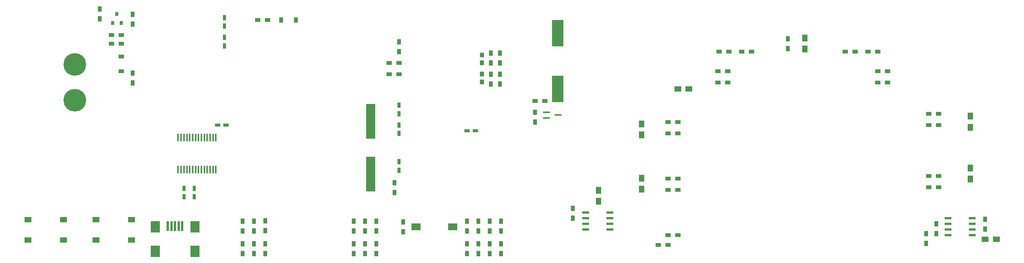
<source format=gbr>
G04 #@! TF.GenerationSoftware,KiCad,Pcbnew,(5.0.2)-1*
G04 #@! TF.CreationDate,2020-05-26T13:11:33-05:00*
G04 #@! TF.ProjectId,Spot_Welder_Hardware,53706f74-5f57-4656-9c64-65725f486172,rev?*
G04 #@! TF.SameCoordinates,Original*
G04 #@! TF.FileFunction,Paste,Top*
G04 #@! TF.FilePolarity,Positive*
%FSLAX46Y46*%
G04 Gerber Fmt 4.6, Leading zero omitted, Abs format (unit mm)*
G04 Created by KiCad (PCBNEW (5.0.2)-1) date 5/26/2020 1:11:33 PM*
%MOMM*%
%LPD*%
G01*
G04 APERTURE LIST*
%ADD10R,1.200000X0.900000*%
%ADD11R,2.500000X6.000000*%
%ADD12R,1.250000X1.500000*%
%ADD13R,1.500000X1.250000*%
%ADD14R,0.750000X1.200000*%
%ADD15R,1.200000X0.750000*%
%ADD16C,5.080000*%
%ADD17R,0.900000X1.200000*%
%ADD18R,0.500000X2.300000*%
%ADD19R,2.000000X2.500000*%
%ADD20R,1.500000X0.450000*%
%ADD21R,1.550000X1.300000*%
%ADD22R,2.150000X1.500000*%
%ADD23R,1.550000X0.600000*%
%ADD24R,0.450000X1.750000*%
%ADD25R,2.000000X7.875000*%
%ADD26R,0.800000X0.900000*%
%ADD27C,0.100000*%
%ADD28C,0.950000*%
G04 APERTURE END LIST*
D10*
G04 #@! TO.C,R20*
X45552000Y-145923000D03*
X47752000Y-145923000D03*
G04 #@! TD*
G04 #@! TO.C,R19*
X45552000Y-147828000D03*
X47752000Y-147828000D03*
G04 #@! TD*
D11*
G04 #@! TO.C,BZ1*
X145542000Y-145456000D03*
X145542000Y-158056000D03*
G04 #@! TD*
D12*
G04 #@! TO.C,C7*
X237998000Y-166624000D03*
X237998000Y-164124000D03*
G04 #@! TD*
G04 #@! TO.C,C11*
X154686000Y-183261000D03*
X154686000Y-180761000D03*
G04 #@! TD*
D13*
G04 #@! TO.C,C15*
X241340000Y-191770000D03*
X243840000Y-191770000D03*
G04 #@! TD*
D12*
G04 #@! TO.C,C19*
X200914000Y-149058000D03*
X200914000Y-146558000D03*
G04 #@! TD*
D13*
G04 #@! TO.C,C23*
X172466000Y-157988000D03*
X174966000Y-157988000D03*
G04 #@! TD*
D12*
G04 #@! TO.C,C24*
X164338000Y-180554000D03*
X164338000Y-178054000D03*
G04 #@! TD*
G04 #@! TO.C,C28*
X237998000Y-175768000D03*
X237998000Y-178268000D03*
G04 #@! TD*
G04 #@! TO.C,C32*
X164338000Y-168362000D03*
X164338000Y-165862000D03*
G04 #@! TD*
D14*
G04 #@! TO.C,C39*
X109982000Y-163576000D03*
X109982000Y-161676000D03*
G04 #@! TD*
D15*
G04 #@! TO.C,C40*
X125222000Y-167386000D03*
X127122000Y-167386000D03*
G04 #@! TD*
D14*
G04 #@! TO.C,C41*
X109982000Y-166116000D03*
X109982000Y-168016000D03*
G04 #@! TD*
G04 #@! TO.C,C42*
X109982000Y-176276000D03*
X109982000Y-174376000D03*
G04 #@! TD*
G04 #@! TO.C,C43*
X70866000Y-141986000D03*
X70866000Y-143886000D03*
G04 #@! TD*
G04 #@! TO.C,C44*
X70866000Y-146436000D03*
X70866000Y-148336000D03*
G04 #@! TD*
G04 #@! TO.C,C46*
X61823600Y-180340000D03*
X61823600Y-182240000D03*
G04 #@! TD*
G04 #@! TO.C,C47*
X64135000Y-182240000D03*
X64135000Y-180340000D03*
G04 #@! TD*
D15*
G04 #@! TO.C,C48*
X69342000Y-166116000D03*
X71242000Y-166116000D03*
G04 #@! TD*
D16*
G04 #@! TO.C,Conn3*
X37363400Y-160529000D03*
X37363400Y-152528000D03*
G04 #@! TD*
D17*
G04 #@! TO.C,D1*
X125222000Y-194986000D03*
X125222000Y-192786000D03*
G04 #@! TD*
G04 #@! TO.C,D2*
X102362000Y-194986000D03*
X102362000Y-192786000D03*
G04 #@! TD*
G04 #@! TO.C,D3*
X127762000Y-194986000D03*
X127762000Y-192786000D03*
G04 #@! TD*
G04 #@! TO.C,D4*
X104902000Y-194986000D03*
X104902000Y-192786000D03*
G04 #@! TD*
G04 #@! TO.C,D5*
X130302000Y-194986000D03*
X130302000Y-192786000D03*
G04 #@! TD*
G04 #@! TO.C,D6*
X99822000Y-194986000D03*
X99822000Y-192786000D03*
G04 #@! TD*
G04 #@! TO.C,D7*
X132842000Y-194986000D03*
X132842000Y-192786000D03*
G04 #@! TD*
G04 #@! TO.C,D11*
X50292000Y-154432000D03*
X50292000Y-156632000D03*
G04 #@! TD*
G04 #@! TO.C,D12*
X83566000Y-142494000D03*
X86866000Y-142494000D03*
G04 #@! TD*
G04 #@! TO.C,D17*
X74930000Y-194986000D03*
X74930000Y-192786000D03*
G04 #@! TD*
G04 #@! TO.C,D18*
X77470000Y-194986000D03*
X77470000Y-192786000D03*
G04 #@! TD*
G04 #@! TO.C,D20*
X80010000Y-194986000D03*
X80010000Y-192786000D03*
G04 #@! TD*
D18*
G04 #@! TO.C,J1*
X58212000Y-188876000D03*
D19*
X55362000Y-188976000D03*
D18*
X59012000Y-188876000D03*
X59812000Y-188876000D03*
X60612000Y-188876000D03*
X61412000Y-188876000D03*
D19*
X55362000Y-194476000D03*
X64262000Y-188976000D03*
X64262000Y-194476000D03*
G04 #@! TD*
D10*
G04 #@! TO.C,L1*
X228727000Y-177546000D03*
X230927000Y-177546000D03*
G04 #@! TD*
G04 #@! TO.C,L2*
X228727000Y-163576000D03*
X230927000Y-163576000D03*
G04 #@! TD*
D17*
G04 #@! TO.C,L3*
X228092000Y-192700000D03*
X228092000Y-190500000D03*
G04 #@! TD*
D10*
G04 #@! TO.C,L4*
X217297000Y-154051000D03*
X219497000Y-154051000D03*
G04 #@! TD*
G04 #@! TO.C,L5*
X210017000Y-149606000D03*
X212217000Y-149606000D03*
G04 #@! TD*
G04 #@! TO.C,L6*
X189017000Y-149606000D03*
X186817000Y-149606000D03*
G04 #@! TD*
G04 #@! TO.C,L7*
X183642000Y-154051000D03*
X181442000Y-154051000D03*
G04 #@! TD*
G04 #@! TO.C,L8*
X172507000Y-190881000D03*
X170307000Y-190881000D03*
G04 #@! TD*
G04 #@! TO.C,L9*
X172507000Y-165481000D03*
X170307000Y-165481000D03*
G04 #@! TD*
G04 #@! TO.C,L10*
X170307000Y-178181000D03*
X172507000Y-178181000D03*
G04 #@! TD*
D20*
G04 #@! TO.C,Q1*
X143002000Y-163236000D03*
X143002000Y-164536000D03*
X145662000Y-163886000D03*
G04 #@! TD*
D17*
G04 #@! TO.C,R1*
X125222000Y-189906000D03*
X125222000Y-187706000D03*
G04 #@! TD*
G04 #@! TO.C,R2*
X140462000Y-163236000D03*
X140462000Y-165436000D03*
G04 #@! TD*
G04 #@! TO.C,R3*
X102362000Y-189906000D03*
X102362000Y-187706000D03*
G04 #@! TD*
D10*
G04 #@! TO.C,R4*
X140462000Y-160696000D03*
X142662000Y-160696000D03*
G04 #@! TD*
D17*
G04 #@! TO.C,R5*
X127762000Y-189906000D03*
X127762000Y-187706000D03*
G04 #@! TD*
G04 #@! TO.C,R6*
X104902000Y-189906000D03*
X104902000Y-187706000D03*
G04 #@! TD*
G04 #@! TO.C,R7*
X130302000Y-189906000D03*
X130302000Y-187706000D03*
G04 #@! TD*
G04 #@! TO.C,R8*
X99822000Y-189906000D03*
X99822000Y-187706000D03*
G04 #@! TD*
G04 #@! TO.C,R9*
X132842000Y-189906000D03*
X132842000Y-187706000D03*
G04 #@! TD*
G04 #@! TO.C,R10*
X132588000Y-152146000D03*
X132588000Y-149946000D03*
G04 #@! TD*
G04 #@! TO.C,R11*
X130556000Y-152146000D03*
X130556000Y-149946000D03*
G04 #@! TD*
G04 #@! TO.C,R15*
X132588000Y-154686000D03*
X132588000Y-156886000D03*
G04 #@! TD*
G04 #@! TO.C,R16*
X130556000Y-154686000D03*
X130556000Y-156886000D03*
G04 #@! TD*
G04 #@! TO.C,R17*
X109982000Y-147406000D03*
X109982000Y-149606000D03*
G04 #@! TD*
G04 #@! TO.C,R18*
X42926000Y-140040000D03*
X42926000Y-142240000D03*
G04 #@! TD*
D10*
G04 #@! TO.C,R21*
X80518000Y-142494000D03*
X78318000Y-142494000D03*
G04 #@! TD*
D17*
G04 #@! TO.C,R22*
X197104000Y-148971000D03*
X197104000Y-146771000D03*
G04 #@! TD*
D10*
G04 #@! TO.C,R23*
X230927000Y-180086000D03*
X228727000Y-180086000D03*
G04 #@! TD*
G04 #@! TO.C,R24*
X107782000Y-152146000D03*
X109982000Y-152146000D03*
G04 #@! TD*
G04 #@! TO.C,R25*
X107782000Y-154686000D03*
X109982000Y-154686000D03*
G04 #@! TD*
G04 #@! TO.C,R26*
X230927000Y-166116000D03*
X228727000Y-166116000D03*
G04 #@! TD*
D17*
G04 #@! TO.C,R27*
X148971000Y-187071000D03*
X148971000Y-184871000D03*
G04 #@! TD*
G04 #@! TO.C,R28*
X230378000Y-190500000D03*
X230378000Y-188300000D03*
G04 #@! TD*
D10*
G04 #@! TO.C,R29*
X219497000Y-156591000D03*
X217297000Y-156591000D03*
G04 #@! TD*
G04 #@! TO.C,R30*
X215097000Y-149606000D03*
X217297000Y-149606000D03*
G04 #@! TD*
G04 #@! TO.C,R31*
X183937000Y-149606000D03*
X181737000Y-149606000D03*
G04 #@! TD*
G04 #@! TO.C,R32*
X183642000Y-156591000D03*
X181442000Y-156591000D03*
G04 #@! TD*
D17*
G04 #@! TO.C,R33*
X241300000Y-189484000D03*
X241300000Y-187284000D03*
G04 #@! TD*
D10*
G04 #@! TO.C,R34*
X170307000Y-193040000D03*
X168107000Y-193040000D03*
G04 #@! TD*
D17*
G04 #@! TO.C,R35*
X74930000Y-187706000D03*
X74930000Y-189906000D03*
G04 #@! TD*
D10*
G04 #@! TO.C,R36*
X170307000Y-168021000D03*
X172507000Y-168021000D03*
G04 #@! TD*
D17*
G04 #@! TO.C,R37*
X77470000Y-187706000D03*
X77470000Y-189906000D03*
G04 #@! TD*
D10*
G04 #@! TO.C,R38*
X172507000Y-180721000D03*
X170307000Y-180721000D03*
G04 #@! TD*
D17*
G04 #@! TO.C,R39*
X80010000Y-187622000D03*
X80010000Y-189822000D03*
G04 #@! TD*
D21*
G04 #@! TO.C,SW1*
X34782000Y-191936000D03*
X26832000Y-191936000D03*
X34782000Y-187436000D03*
X26832000Y-187436000D03*
G04 #@! TD*
D22*
G04 #@! TO.C,SW3*
X122042000Y-188976000D03*
X113792000Y-188976000D03*
G04 #@! TD*
D21*
G04 #@! TO.C,SW4*
X50022000Y-191936000D03*
X42072000Y-191936000D03*
X50022000Y-187436000D03*
X42072000Y-187436000D03*
G04 #@! TD*
D23*
G04 #@! TO.C,U3*
X238445000Y-190881000D03*
X238445000Y-189611000D03*
X238445000Y-188341000D03*
X238445000Y-187071000D03*
X233045000Y-187071000D03*
X233045000Y-188341000D03*
X233045000Y-189611000D03*
X233045000Y-190881000D03*
G04 #@! TD*
D24*
G04 #@! TO.C,U4*
X68961000Y-168910000D03*
X68311000Y-168910000D03*
X67661000Y-168910000D03*
X67011000Y-168910000D03*
X66361000Y-168910000D03*
X65711000Y-168910000D03*
X65061000Y-168910000D03*
X64411000Y-168910000D03*
X63761000Y-168910000D03*
X63111000Y-168910000D03*
X62461000Y-168910000D03*
X61811000Y-168910000D03*
X61161000Y-168910000D03*
X60511000Y-168910000D03*
X60511000Y-176110000D03*
X61161000Y-176110000D03*
X61811000Y-176110000D03*
X62461000Y-176110000D03*
X63111000Y-176110000D03*
X63761000Y-176110000D03*
X64411000Y-176110000D03*
X65061000Y-176110000D03*
X65711000Y-176110000D03*
X66361000Y-176110000D03*
X67011000Y-176110000D03*
X67661000Y-176110000D03*
X68311000Y-176110000D03*
X68961000Y-176110000D03*
G04 #@! TD*
D23*
G04 #@! TO.C,U5*
X151826000Y-185801000D03*
X151826000Y-187071000D03*
X151826000Y-188341000D03*
X151826000Y-189611000D03*
X157226000Y-189611000D03*
X157226000Y-188341000D03*
X157226000Y-187071000D03*
X157226000Y-185801000D03*
G04 #@! TD*
D25*
G04 #@! TO.C,Y1*
X103632000Y-165258500D03*
X103632000Y-177133500D03*
G04 #@! TD*
D17*
G04 #@! TO.C,R40*
X50292000Y-141224000D03*
X50292000Y-143424000D03*
G04 #@! TD*
D26*
G04 #@! TO.C,Q2*
X45842388Y-143198804D03*
X47742388Y-143198804D03*
X46792388Y-141198804D03*
G04 #@! TD*
D10*
G04 #@! TO.C,D10*
X47752000Y-154050000D03*
X47752000Y-150750000D03*
G04 #@! TD*
D27*
G04 #@! TO.C,D8*
G36*
X128839780Y-151622144D02*
X128862835Y-151625563D01*
X128885444Y-151631227D01*
X128907388Y-151639079D01*
X128928458Y-151649044D01*
X128948449Y-151661026D01*
X128967169Y-151674910D01*
X128984439Y-151690562D01*
X129000091Y-151707832D01*
X129013975Y-151726552D01*
X129025957Y-151746543D01*
X129035922Y-151767613D01*
X129043774Y-151789557D01*
X129049438Y-151812166D01*
X129052857Y-151835221D01*
X129054001Y-151858500D01*
X129054001Y-152433500D01*
X129052857Y-152456779D01*
X129049438Y-152479834D01*
X129043774Y-152502443D01*
X129035922Y-152524387D01*
X129025957Y-152545457D01*
X129013975Y-152565448D01*
X129000091Y-152584168D01*
X128984439Y-152601438D01*
X128967169Y-152617090D01*
X128948449Y-152630974D01*
X128928458Y-152642956D01*
X128907388Y-152652921D01*
X128885444Y-152660773D01*
X128862835Y-152666437D01*
X128839780Y-152669856D01*
X128816501Y-152671000D01*
X128341501Y-152671000D01*
X128318222Y-152669856D01*
X128295167Y-152666437D01*
X128272558Y-152660773D01*
X128250614Y-152652921D01*
X128229544Y-152642956D01*
X128209553Y-152630974D01*
X128190833Y-152617090D01*
X128173563Y-152601438D01*
X128157911Y-152584168D01*
X128144027Y-152565448D01*
X128132045Y-152545457D01*
X128122080Y-152524387D01*
X128114228Y-152502443D01*
X128108564Y-152479834D01*
X128105145Y-152456779D01*
X128104001Y-152433500D01*
X128104001Y-151858500D01*
X128105145Y-151835221D01*
X128108564Y-151812166D01*
X128114228Y-151789557D01*
X128122080Y-151767613D01*
X128132045Y-151746543D01*
X128144027Y-151726552D01*
X128157911Y-151707832D01*
X128173563Y-151690562D01*
X128190833Y-151674910D01*
X128209553Y-151661026D01*
X128229544Y-151649044D01*
X128250614Y-151639079D01*
X128272558Y-151631227D01*
X128295167Y-151625563D01*
X128318222Y-151622144D01*
X128341501Y-151621000D01*
X128816501Y-151621000D01*
X128839780Y-151622144D01*
X128839780Y-151622144D01*
G37*
D28*
X128579001Y-152146000D03*
D27*
G36*
X128839780Y-149872144D02*
X128862835Y-149875563D01*
X128885444Y-149881227D01*
X128907388Y-149889079D01*
X128928458Y-149899044D01*
X128948449Y-149911026D01*
X128967169Y-149924910D01*
X128984439Y-149940562D01*
X129000091Y-149957832D01*
X129013975Y-149976552D01*
X129025957Y-149996543D01*
X129035922Y-150017613D01*
X129043774Y-150039557D01*
X129049438Y-150062166D01*
X129052857Y-150085221D01*
X129054001Y-150108500D01*
X129054001Y-150683500D01*
X129052857Y-150706779D01*
X129049438Y-150729834D01*
X129043774Y-150752443D01*
X129035922Y-150774387D01*
X129025957Y-150795457D01*
X129013975Y-150815448D01*
X129000091Y-150834168D01*
X128984439Y-150851438D01*
X128967169Y-150867090D01*
X128948449Y-150880974D01*
X128928458Y-150892956D01*
X128907388Y-150902921D01*
X128885444Y-150910773D01*
X128862835Y-150916437D01*
X128839780Y-150919856D01*
X128816501Y-150921000D01*
X128341501Y-150921000D01*
X128318222Y-150919856D01*
X128295167Y-150916437D01*
X128272558Y-150910773D01*
X128250614Y-150902921D01*
X128229544Y-150892956D01*
X128209553Y-150880974D01*
X128190833Y-150867090D01*
X128173563Y-150851438D01*
X128157911Y-150834168D01*
X128144027Y-150815448D01*
X128132045Y-150795457D01*
X128122080Y-150774387D01*
X128114228Y-150752443D01*
X128108564Y-150729834D01*
X128105145Y-150706779D01*
X128104001Y-150683500D01*
X128104001Y-150108500D01*
X128105145Y-150085221D01*
X128108564Y-150062166D01*
X128114228Y-150039557D01*
X128122080Y-150017613D01*
X128132045Y-149996543D01*
X128144027Y-149976552D01*
X128157911Y-149957832D01*
X128173563Y-149940562D01*
X128190833Y-149924910D01*
X128209553Y-149911026D01*
X128229544Y-149899044D01*
X128250614Y-149889079D01*
X128272558Y-149881227D01*
X128295167Y-149875563D01*
X128318222Y-149872144D01*
X128341501Y-149871000D01*
X128816501Y-149871000D01*
X128839780Y-149872144D01*
X128839780Y-149872144D01*
G37*
D28*
X128579001Y-150396000D03*
G04 #@! TD*
D27*
G04 #@! TO.C,D9*
G36*
X128839780Y-155912144D02*
X128862835Y-155915563D01*
X128885444Y-155921227D01*
X128907388Y-155929079D01*
X128928458Y-155939044D01*
X128948449Y-155951026D01*
X128967169Y-155964910D01*
X128984439Y-155980562D01*
X129000091Y-155997832D01*
X129013975Y-156016552D01*
X129025957Y-156036543D01*
X129035922Y-156057613D01*
X129043774Y-156079557D01*
X129049438Y-156102166D01*
X129052857Y-156125221D01*
X129054001Y-156148500D01*
X129054001Y-156723500D01*
X129052857Y-156746779D01*
X129049438Y-156769834D01*
X129043774Y-156792443D01*
X129035922Y-156814387D01*
X129025957Y-156835457D01*
X129013975Y-156855448D01*
X129000091Y-156874168D01*
X128984439Y-156891438D01*
X128967169Y-156907090D01*
X128948449Y-156920974D01*
X128928458Y-156932956D01*
X128907388Y-156942921D01*
X128885444Y-156950773D01*
X128862835Y-156956437D01*
X128839780Y-156959856D01*
X128816501Y-156961000D01*
X128341501Y-156961000D01*
X128318222Y-156959856D01*
X128295167Y-156956437D01*
X128272558Y-156950773D01*
X128250614Y-156942921D01*
X128229544Y-156932956D01*
X128209553Y-156920974D01*
X128190833Y-156907090D01*
X128173563Y-156891438D01*
X128157911Y-156874168D01*
X128144027Y-156855448D01*
X128132045Y-156835457D01*
X128122080Y-156814387D01*
X128114228Y-156792443D01*
X128108564Y-156769834D01*
X128105145Y-156746779D01*
X128104001Y-156723500D01*
X128104001Y-156148500D01*
X128105145Y-156125221D01*
X128108564Y-156102166D01*
X128114228Y-156079557D01*
X128122080Y-156057613D01*
X128132045Y-156036543D01*
X128144027Y-156016552D01*
X128157911Y-155997832D01*
X128173563Y-155980562D01*
X128190833Y-155964910D01*
X128209553Y-155951026D01*
X128229544Y-155939044D01*
X128250614Y-155929079D01*
X128272558Y-155921227D01*
X128295167Y-155915563D01*
X128318222Y-155912144D01*
X128341501Y-155911000D01*
X128816501Y-155911000D01*
X128839780Y-155912144D01*
X128839780Y-155912144D01*
G37*
D28*
X128579001Y-156436000D03*
D27*
G36*
X128839780Y-154162144D02*
X128862835Y-154165563D01*
X128885444Y-154171227D01*
X128907388Y-154179079D01*
X128928458Y-154189044D01*
X128948449Y-154201026D01*
X128967169Y-154214910D01*
X128984439Y-154230562D01*
X129000091Y-154247832D01*
X129013975Y-154266552D01*
X129025957Y-154286543D01*
X129035922Y-154307613D01*
X129043774Y-154329557D01*
X129049438Y-154352166D01*
X129052857Y-154375221D01*
X129054001Y-154398500D01*
X129054001Y-154973500D01*
X129052857Y-154996779D01*
X129049438Y-155019834D01*
X129043774Y-155042443D01*
X129035922Y-155064387D01*
X129025957Y-155085457D01*
X129013975Y-155105448D01*
X129000091Y-155124168D01*
X128984439Y-155141438D01*
X128967169Y-155157090D01*
X128948449Y-155170974D01*
X128928458Y-155182956D01*
X128907388Y-155192921D01*
X128885444Y-155200773D01*
X128862835Y-155206437D01*
X128839780Y-155209856D01*
X128816501Y-155211000D01*
X128341501Y-155211000D01*
X128318222Y-155209856D01*
X128295167Y-155206437D01*
X128272558Y-155200773D01*
X128250614Y-155192921D01*
X128229544Y-155182956D01*
X128209553Y-155170974D01*
X128190833Y-155157090D01*
X128173563Y-155141438D01*
X128157911Y-155124168D01*
X128144027Y-155105448D01*
X128132045Y-155085457D01*
X128122080Y-155064387D01*
X128114228Y-155042443D01*
X128108564Y-155019834D01*
X128105145Y-154996779D01*
X128104001Y-154973500D01*
X128104001Y-154398500D01*
X128105145Y-154375221D01*
X128108564Y-154352166D01*
X128114228Y-154329557D01*
X128122080Y-154307613D01*
X128132045Y-154286543D01*
X128144027Y-154266552D01*
X128157911Y-154247832D01*
X128173563Y-154230562D01*
X128190833Y-154214910D01*
X128209553Y-154201026D01*
X128229544Y-154189044D01*
X128250614Y-154179079D01*
X128272558Y-154171227D01*
X128295167Y-154165563D01*
X128318222Y-154162144D01*
X128341501Y-154161000D01*
X128816501Y-154161000D01*
X128839780Y-154162144D01*
X128839780Y-154162144D01*
G37*
D28*
X128579001Y-154686000D03*
G04 #@! TD*
D17*
G04 #@! TO.C,R41*
X109016800Y-181270000D03*
X109016800Y-179070000D03*
G04 #@! TD*
G04 #@! TO.C,R42*
X110896400Y-187876000D03*
X110896400Y-190076000D03*
G04 #@! TD*
M02*

</source>
